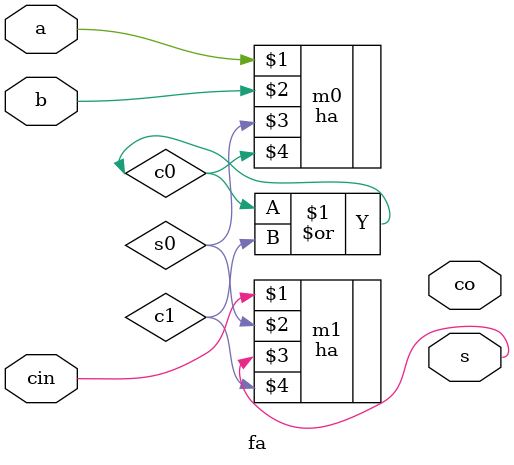
<source format=v>
module fa(
input a,
input b,
input cin,
output s,
output co
);
wire s0,c0,c1;

ha m0(a,b,s0,c0);

ha m1(cin,s0,s,c1);

assign c0 = c0 | c1;

endmodule

</source>
